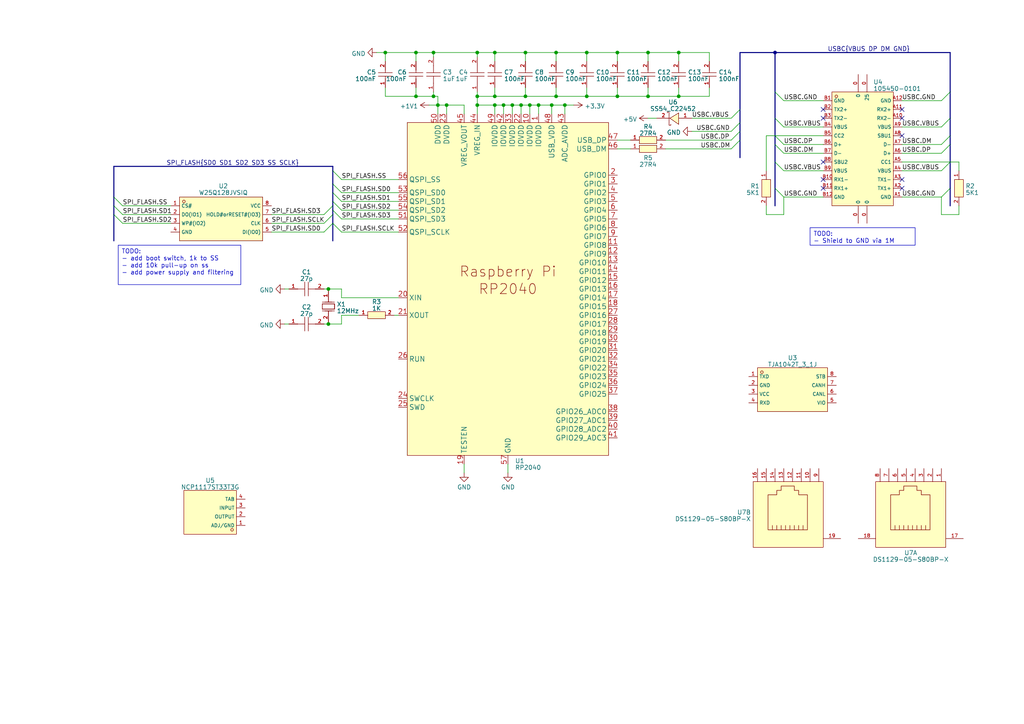
<source format=kicad_sch>
(kicad_sch (version 20230121) (generator eeschema)
  (paper "A4")
  (title_block (title "Pi RP2040 MCU") (date "2023-02-19") (company "DrinkRobotics") (comment 2 "!! PCB Thickness: 1mm !!") (comment 4 "DRAFT DRAFT DRAFT DRAFT DRAFT"))
  (lib_symbols
    (symbol "jlc:0402X105K160" (pin_names hide)
      (property "Reference" "C" (at 0 1.27 0))
      (property "Value" "0402X105K160" (at 0 -2.54 0))
      (symbol "0402X105K160_0_1"
        (polyline (pts (xy -0.508 -2.032) (xy -0.508 2.032)))
        (polyline (pts (xy -0.508 0) (xy -2.54 0)))
        (polyline (pts (xy 0.508 2.032) (xy 0.508 -2.032)))
        (polyline (pts (xy 2.54 0) (xy 0.508 0)))
        (pin unspecified line (at -5.08 0 0) (length 2.54) (name "1") (number "1"))
        (pin unspecified line (at 5.08 0 180) (length 2.54) (name "2") (number "2"))
      )
    )
    (symbol "jlc:105450-0101"
      (property "Reference" "U" (at 0 1.27 0))
      (property "Value" "105450-0101" (at 0 -2.54 0))
      (symbol "105450-0101_0_1"
        (rectangle (start -8.89 16.51) (end 8.89 -16.51) (fill (type background)))
        (circle (center -7.62 15.24) (radius 0.381) (fill (type background)))
        (pin unspecified line (at -1.27 -21.59 90) (length 5.08) (name "0") (number "0"))
        (pin unspecified line (at -1.27 21.59 270) (length 5.08) (name "0") (number "0"))
        (pin unspecified line (at 1.27 -21.59 90) (length 5.08) (name "0") (number "0"))
        (pin unspecified line (at 1.27 21.59 270) (length 5.08) (name "25") (number "0"))
        (pin unspecified line (at 11.43 -13.97 180) (length 2.54) (name "GND") (number "A1"))
        (pin unspecified line (at 11.43 8.89 180) (length 2.54) (name "RX2-") (number "A10"))
        (pin unspecified line (at 11.43 11.43 180) (length 2.54) (name "RX2+") (number "A11"))
        (pin unspecified line (at 11.43 13.97 180) (length 2.54) (name "GND") (number "A12"))
        (pin unspecified line (at 11.43 -11.43 180) (length 2.54) (name "TX1+") (number "A2"))
        (pin unspecified line (at 11.43 -8.89 180) (length 2.54) (name "TX1-") (number "A3"))
        (pin unspecified line (at 11.43 -6.35 180) (length 2.54) (name "VBUS") (number "A4"))
        (pin unspecified line (at 11.43 -3.81 180) (length 2.54) (name "CC1") (number "A5"))
        (pin unspecified line (at 11.43 -1.27 180) (length 2.54) (name "D+") (number "A6"))
        (pin unspecified line (at 11.43 1.27 180) (length 2.54) (name "D-") (number "A7"))
        (pin unspecified line (at 11.43 3.81 180) (length 2.54) (name "SBU1") (number "A8"))
        (pin unspecified line (at 11.43 6.35 180) (length 2.54) (name "VBUS") (number "A9"))
        (pin unspecified line (at -11.43 13.97 0) (length 2.54) (name "GND") (number "B1"))
        (pin unspecified line (at -11.43 -8.89 0) (length 2.54) (name "RX1-") (number "B10"))
        (pin unspecified line (at -11.43 -11.43 0) (length 2.54) (name "RX1+") (number "B11"))
        (pin unspecified line (at -11.43 -13.97 0) (length 2.54) (name "GND") (number "B12"))
        (pin unspecified line (at -11.43 11.43 0) (length 2.54) (name "TX2+") (number "B2"))
        (pin unspecified line (at -11.43 8.89 0) (length 2.54) (name "TX2-") (number "B3"))
        (pin unspecified line (at -11.43 6.35 0) (length 2.54) (name "VBUS") (number "B4"))
        (pin unspecified line (at -11.43 3.81 0) (length 2.54) (name "CC2") (number "B5"))
        (pin unspecified line (at -11.43 1.27 0) (length 2.54) (name "D+") (number "B6"))
        (pin unspecified line (at -11.43 -1.27 0) (length 2.54) (name "D-") (number "B7"))
        (pin unspecified line (at -11.43 -3.81 0) (length 2.54) (name "SBU2") (number "B8"))
        (pin unspecified line (at -11.43 -6.35 0) (length 2.54) (name "VBUS") (number "B9"))
      )
    )
    (symbol "jlc:ABM3-12_000MHZ-D2Y-T" (pin_names hide)
      (property "Reference" "X" (at 0 1.27 0))
      (property "Value" "ABM3-12_000MHZ-D2Y-T" (at 0 -2.54 0))
      (symbol "ABM3-12_000MHZ-D2Y-T_0_1"
        (polyline (pts (xy -1.27 -1.778) (xy -1.27 1.778)))
        (polyline (pts (xy -1.27 -1.016) (xy -1.27 1.016)))
        (polyline (pts (xy 0.762 -1.778) (xy -0.762 -1.778)))
        (polyline (pts (xy 1.27 -1.778) (xy 1.27 1.778)))
        (polyline (pts (xy 1.27 -1.016) (xy 1.27 1.016)))
        (polyline (pts (xy -0.762 -1.778) (xy -0.762 1.778) (xy 0.762 1.778) (xy 0.762 -1.778)))
        (polyline (pts (xy 0.762 1.778) (xy 0.762 -1.778) (xy -0.762 -1.778) (xy -0.762 1.778) (xy 0.762 1.778)))
        (pin input line (at -5.08 0 0) (length 3.81) (name "OSC1") (number "1"))
        (pin input line (at 5.08 0 180) (length 3.81) (name "OSC2") (number "2"))
      )
    )
    (symbol "jlc:C0402C0G270G500NTB" (pin_names hide)
      (property "Reference" "C" (at 0 1.27 0))
      (property "Value" "C0402C0G270G500NTB" (at 0 -2.54 0))
      (symbol "C0402C0G270G500NTB_0_1"
        (polyline (pts (xy -0.508 -2.032) (xy -0.508 2.032)))
        (polyline (pts (xy -0.508 0) (xy -2.54 0)))
        (polyline (pts (xy 0.508 2.032) (xy 0.508 -2.032)))
        (polyline (pts (xy 2.54 0) (xy 0.508 0)))
        (pin unspecified line (at -5.08 0 0) (length 2.54) (name "1") (number "1"))
        (pin unspecified line (at 5.08 0 180) (length 2.54) (name "2") (number "2"))
      )
    )
    (symbol "jlc:CC0402KRX7R8BB104" (pin_names hide)
      (property "Reference" "C" (at 0 1.27 0))
      (property "Value" "CC0402KRX7R8BB104" (at 0 -2.54 0))
      (symbol "CC0402KRX7R8BB104_0_1"
        (polyline (pts (xy -1.27 0) (xy -0.508 0)))
        (polyline (pts (xy -0.508 2.032) (xy -0.508 -2.032)))
        (polyline (pts (xy 0.508 0) (xy 1.27 0)))
        (polyline (pts (xy 0.508 2.032) (xy 0.508 -2.032)))
        (pin input line (at -3.81 0 0) (length 2.54) (name "1") (number "1"))
        (pin input line (at 3.81 0 180) (length 2.54) (name "2") (number "2"))
      )
    )
    (symbol "jlc:CR-02FL6----1K" (pin_names hide)
      (property "Reference" "R" (at 0 1.27 0))
      (property "Value" "CR-02FL6----1K" (at 0 -2.54 0))
      (symbol "CR-02FL6----1K_0_1"
        (rectangle (start -2.54 1.016) (end 2.54 -1.016) (fill (type background)))
        (pin unspecified line (at -5.08 0 0) (length 2.54) (name "1") (number "1"))
        (pin unspecified line (at 5.08 0 180) (length 2.54) (name "2") (number "2"))
      )
    )
    (symbol "jlc:CR-02FL6---5K1" (pin_names hide)
      (property "Reference" "R" (at 0 1.27 0))
      (property "Value" "CR-02FL6---5K1" (at 0 -2.54 0))
      (symbol "CR-02FL6---5K1_0_1"
        (rectangle (start -2.54 1.27) (end 2.54 -1.27) (fill (type background)))
        (pin unspecified line (at -5.08 0 0) (length 2.54) (name "1") (number "1"))
        (pin unspecified line (at 5.08 0 180) (length 2.54) (name "2") (number "2"))
      )
    )
    (symbol "jlc:DS1129-05-S80BP-X" (pin_names hide)
      (property "Reference" "U" (at 0 1.27 0))
      (property "Value" "DS1129-05-S80BP-X" (at 0 -2.54 0))
      (symbol "DS1129-05-S80BP-X_1_1"
        (rectangle (start -10.16 11.43) (end 10.16 -7.62) (fill (type background)))
        (polyline (pts (xy -4.318 5.08) (xy -4.318 6.35) (xy -4.318 6.35)))
        (polyline (pts (xy -3.048 6.35) (xy -3.048 5.08) (xy -3.048 5.08)))
        (polyline (pts (xy -1.778 6.35) (xy -1.778 5.08) (xy -1.778 5.08)))
        (polyline (pts (xy -0.508 6.35) (xy -0.508 5.08) (xy -0.508 5.08)))
        (polyline (pts (xy 0.762 6.35) (xy 0.762 5.08) (xy 0.762 5.08)))
        (polyline (pts (xy 2.032 6.35) (xy 2.032 5.08) (xy 2.032 5.08)))
        (polyline (pts (xy 3.302 5.08) (xy 3.302 6.35) (xy 3.302 6.35)))
        (polyline (pts (xy 4.572 5.08) (xy 4.572 6.35) (xy 4.572 6.35)))
        (polyline (pts (xy -5.588 6.35) (xy 5.842 6.35) (xy 5.842 -3.81) (xy 3.302 -3.81) (xy 3.302 -5.08) (xy 2.032 -5.08) (xy 2.032 -6.35) (xy -1.778 -6.35) (xy -1.778 -5.08) (xy -3.048 -5.08) (xy -3.048 -3.81) (xy -5.588 -3.81) (xy -5.588 6.35) (xy -5.588 6.35)))
        (pin unspecified line (at -8.89 -11.43 90) (length 3.81) (name "1") (number "1"))
        (pin unspecified line (at -15.24 8.89 0) (length 5.08) (name "17") (number "17"))
        (pin unspecified line (at 15.24 8.89 180) (length 5.08) (name "18") (number "18"))
        (pin unspecified line (at -6.35 -11.43 90) (length 3.81) (name "2") (number "2"))
        (pin unspecified line (at -3.81 -11.43 90) (length 3.81) (name "3") (number "3"))
        (pin unspecified line (at -1.27 -11.43 90) (length 3.81) (name "4") (number "4"))
        (pin unspecified line (at 1.27 -11.43 90) (length 3.81) (name "5") (number "5"))
        (pin unspecified line (at 3.81 -11.43 90) (length 3.81) (name "6") (number "6"))
        (pin unspecified line (at 6.35 -11.43 90) (length 3.81) (name "7") (number "7"))
        (pin unspecified line (at 8.89 -11.43 90) (length 3.81) (name "8") (number "8"))
      )
      (symbol "DS1129-05-S80BP-X_2_1"
        (rectangle (start -10.16 11.43) (end 10.16 -7.62) (fill (type background)))
        (polyline (pts (xy -4.318 5.08) (xy -4.318 6.35) (xy -4.318 6.35)))
        (polyline (pts (xy -3.048 6.35) (xy -3.048 5.08) (xy -3.048 5.08)))
        (polyline (pts (xy -1.778 6.35) (xy -1.778 5.08) (xy -1.778 5.08)))
        (polyline (pts (xy -0.508 6.35) (xy -0.508 5.08) (xy -0.508 5.08)))
        (polyline (pts (xy 0.762 6.35) (xy 0.762 5.08) (xy 0.762 5.08)))
        (polyline (pts (xy 2.032 6.35) (xy 2.032 5.08) (xy 2.032 5.08)))
        (polyline (pts (xy 3.302 5.08) (xy 3.302 6.35) (xy 3.302 6.35)))
        (polyline (pts (xy 4.572 5.08) (xy 4.572 6.35) (xy 4.572 6.35)))
        (polyline (pts (xy -5.588 6.35) (xy 5.842 6.35) (xy 5.842 -3.81) (xy 3.302 -3.81) (xy 3.302 -5.08) (xy 2.032 -5.08) (xy 2.032 -6.35) (xy -1.778 -6.35) (xy -1.778 -5.08) (xy -3.048 -5.08) (xy -3.048 -3.81) (xy -5.588 -3.81) (xy -5.588 6.35) (xy -5.588 6.35)))
        (pin unspecified line (at -6.35 -11.43 90) (length 3.81) (name "10") (number "10"))
        (pin unspecified line (at -3.81 -11.43 90) (length 3.81) (name "11") (number "11"))
        (pin unspecified line (at -1.27 -11.43 90) (length 3.81) (name "12") (number "12"))
        (pin unspecified line (at 1.27 -11.43 90) (length 3.81) (name "13") (number "13"))
        (pin unspecified line (at 3.81 -11.43 90) (length 3.81) (name "14") (number "14"))
        (pin unspecified line (at 6.35 -11.43 90) (length 3.81) (name "15") (number "15"))
        (pin unspecified line (at 8.89 -11.43 90) (length 3.81) (name "16") (number "16"))
        (pin unspecified line (at -15.24 8.89 0) (length 5.08) (name "19") (number "19"))
        (pin unspecified line (at -8.89 -11.43 90) (length 3.81) (name "9") (number "9"))
      )
    )
    (symbol "jlc:NCP1117ST33T3G"
      (property "Reference" "U" (at 0 1.27 0))
      (property "Value" "NCP1117ST33T3G" (at 0 -2.54 0))
      (symbol "NCP1117ST33T3G_0_1"
        (rectangle (start -7.62 6.35) (end 7.62 -6.35) (fill (type background)))
        (circle (center -6.35 5.08) (radius 0.381) (fill (type background)))
        (pin unspecified line (at -10.16 3.81 0) (length 2.54) (name "ADJ/GND") (number "1"))
        (pin unspecified line (at -10.16 1.27 0) (length 2.54) (name "OUTPUT") (number "2"))
        (pin unspecified line (at -10.16 -1.27 0) (length 2.54) (name "INPUT") (number "3"))
        (pin unspecified line (at -10.16 -3.81 0) (length 2.54) (name "TAB") (number "4"))
      )
    )
    (symbol "jlc:RP2040"
      (property "Reference" "U1" (at 2.0575 -47.3156 0))
      (property "Value" "RP2040" (at 2.0575 -49.2366 0))
      (symbol "RP2040_0_1"
        (rectangle (start -29.2101 50.8001) (end 29.2101 -45.7201) (fill (type background)))
        (text "Raspberry Pi" (at 0 7.62 0) (effects (font (size 2.921 2.921))))
        (text "RP2040" (at 0 2.54 0) (effects (font (size 2.921 2.921))))
        (pin bidirectional line (at 8.89 53.34 270) (length 2.54) (name "IOVDD") (number "1"))
        (pin bidirectional line (at 6.35 53.34 270) (length 2.54) (name "IOVDD") (number "10"))
        (pin bidirectional line (at 31.75 15.24 180) (length 2.54) (name "GPIO8") (number "11"))
        (pin bidirectional line (at 31.75 12.7 180) (length 2.54) (name "GPIO9") (number "12"))
        (pin bidirectional line (at 31.75 10.16 180) (length 2.54) (name "GPIO10") (number "13"))
        (pin bidirectional line (at 31.75 7.62 180) (length 2.54) (name "GPIO11") (number "14"))
        (pin bidirectional line (at 31.75 5.08 180) (length 2.54) (name "GPIO12") (number "15"))
        (pin bidirectional line (at 31.75 2.54 180) (length 2.54) (name "GPIO13") (number "16"))
        (pin bidirectional line (at 31.75 0 180) (length 2.54) (name "GPIO14") (number "17"))
        (pin bidirectional line (at 31.75 -2.54 180) (length 2.54) (name "GPIO15") (number "18"))
        (pin unspecified line (at -12.7 -48.26 90) (length 2.54) (name "TESTEN") (number "19"))
        (pin bidirectional line (at 31.75 35.56 180) (length 2.54) (name "GPIO0") (number "2"))
        (pin input line (at -31.75 0 0) (length 2.54) (name "XIN") (number "20"))
        (pin unspecified line (at -31.75 -5.08 0) (length 2.54) (name "XOUT") (number "21"))
        (pin bidirectional line (at 3.81 53.34 270) (length 2.54) (name "IOVDD") (number "22"))
        (pin bidirectional line (at -17.78 53.34 270) (length 2.54) (name "DVDD") (number "23"))
        (pin output line (at -31.75 -29.21 0) (length 2.54) (name "SWCLK") (number "24"))
        (pin bidirectional line (at -31.75 -31.75 0) (length 2.54) (name "SWD") (number "25"))
        (pin input line (at -31.75 -17.78 0) (length 2.54) (name "RUN") (number "26"))
        (pin bidirectional line (at 31.75 -5.08 180) (length 2.54) (name "GPIO16") (number "27"))
        (pin bidirectional line (at 31.75 -7.62 180) (length 2.54) (name "GPIO17") (number "28"))
        (pin bidirectional line (at 31.75 -10.16 180) (length 2.54) (name "GPIO18") (number "29"))
        (pin bidirectional line (at 31.75 33.02 180) (length 2.54) (name "GPIO1") (number "3"))
        (pin bidirectional line (at 31.75 -12.7 180) (length 2.54) (name "GPIO19") (number "30"))
        (pin bidirectional line (at 31.75 -15.24 180) (length 2.54) (name "GPIO20") (number "31"))
        (pin bidirectional line (at 31.75 -17.78 180) (length 2.54) (name "GPIO21") (number "32"))
        (pin bidirectional line (at 1.27 53.34 270) (length 2.54) (name "IOVDD") (number "33"))
        (pin bidirectional line (at 31.75 -20.32 180) (length 2.54) (name "GPIO22") (number "34"))
        (pin bidirectional line (at 31.75 -22.86 180) (length 2.54) (name "GPIO23") (number "35"))
        (pin bidirectional line (at 31.75 -25.4 180) (length 2.54) (name "GPIO24") (number "36"))
        (pin bidirectional line (at 31.75 -27.94 180) (length 2.54) (name "GPIO25") (number "37"))
        (pin bidirectional line (at 31.75 -33.02 180) (length 2.54) (name "GPIO26_ADC0") (number "38"))
        (pin bidirectional line (at 31.75 -35.56 180) (length 2.54) (name "GPIO27_ADC1") (number "39"))
        (pin bidirectional line (at 31.75 30.48 180) (length 2.54) (name "GPIO2") (number "4"))
        (pin bidirectional line (at 31.75 -38.1 180) (length 2.54) (name "GPIO28_ADC2") (number "40"))
        (pin bidirectional line (at 31.75 -40.64 180) (length 2.54) (name "GPIO29_ADC3") (number "41"))
        (pin bidirectional line (at -1.27 53.34 270) (length 2.54) (name "IOVDD") (number "42"))
        (pin bidirectional line (at 16.51 53.34 270) (length 2.54) (name "ADC_AVDD") (number "43"))
        (pin bidirectional line (at -8.89 53.34 270) (length 2.54) (name "VREG_IN") (number "44"))
        (pin bidirectional line (at -12.7 53.34 270) (length 2.54) (name "VREG_VOUT") (number "45"))
        (pin bidirectional line (at 31.75 43.18 180) (length 2.54) (name "USB_DM") (number "46"))
        (pin bidirectional line (at 31.75 45.72 180) (length 2.54) (name "USB_DP") (number "47"))
        (pin bidirectional line (at 12.7 53.34 270) (length 2.54) (name "USB_VDD") (number "48"))
        (pin bidirectional line (at -3.81 53.34 270) (length 2.54) (name "IOVDD") (number "49"))
        (pin bidirectional line (at 31.75 27.94 180) (length 2.54) (name "GPIO3") (number "5"))
        (pin bidirectional line (at -20.32 53.34 270) (length 2.54) (name "DVDD") (number "50"))
        (pin bidirectional line (at -31.75 22.86 0) (length 2.54) (name "QSPI_SD3") (number "51"))
        (pin output line (at -31.75 19.05 0) (length 2.54) (name "QSPI_SCLK") (number "52"))
        (pin bidirectional line (at -31.75 30.48 0) (length 2.54) (name "QSPI_SD0") (number "53"))
        (pin bidirectional line (at -31.75 25.4 0) (length 2.54) (name "QSPI_SD2") (number "54"))
        (pin bidirectional line (at -31.75 27.94 0) (length 2.54) (name "QSPI_SD1") (number "55"))
        (pin bidirectional line (at -31.75 34.29 0) (length 2.54) (name "QSPI_SS") (number "56"))
        (pin bidirectional line (at 0 -48.26 90) (length 2.54) (name "GND") (number "57"))
        (pin bidirectional line (at 31.75 25.4 180) (length 2.54) (name "GPIO4") (number "6"))
        (pin bidirectional line (at 31.75 22.86 180) (length 2.54) (name "GPIO5") (number "7"))
        (pin bidirectional line (at 31.75 20.32 180) (length 2.54) (name "GPIO6") (number "8"))
        (pin bidirectional line (at 31.75 17.78 180) (length 2.54) (name "GPIO7") (number "9"))
      )
    )
    (symbol "jlc:SS54_C22452" (pin_names hide)
      (property "Reference" "U" (at 0 1.27 0))
      (property "Value" "SS54_C22452" (at 0 -2.54 0))
      (symbol "SS54_C22452_0_1"
        (polyline (pts (xy 1.27 1.524) (xy -1.27 0) (xy 1.27 -1.778) (xy 1.27 1.524)) (fill (type background)))
        (polyline (pts (xy -2.032 1.524) (xy -2.032 1.778) (xy -1.524 1.778) (xy -1.524 -2.032) (xy -1.016 -2.032) (xy -1.016 -1.778)))
        (pin unspecified line (at 5.08 0 180) (length 3.81) (name "A") (number "1"))
        (pin unspecified line (at -5.08 0 0) (length 3.81) (name "K") (number "2"))
      )
    )
    (symbol "jlc:TJA1042T_3_1J"
      (property "Reference" "U" (at 0 1.27 0))
      (property "Value" "TJA1042T_3_1J" (at 0 -2.54 0))
      (symbol "TJA1042T_3_1J_0_1"
        (rectangle (start -10.16 6.35) (end 10.16 -6.35) (fill (type background)))
        (circle (center -8.89 5.08) (radius 0.381) (fill (type background)))
        (pin unspecified line (at -12.7 3.81 0) (length 2.54) (name "TXD") (number "1"))
        (pin unspecified line (at -12.7 1.27 0) (length 2.54) (name "GND") (number "2"))
        (pin unspecified line (at -12.7 -1.27 0) (length 2.54) (name "VCC") (number "3"))
        (pin unspecified line (at -12.7 -3.81 0) (length 2.54) (name "RXD") (number "4"))
        (pin unspecified line (at 12.7 -3.81 180) (length 2.54) (name "VIO") (number "5"))
        (pin unspecified line (at 12.7 -1.27 180) (length 2.54) (name "CANL") (number "6"))
        (pin unspecified line (at 12.7 1.27 180) (length 2.54) (name "CANH") (number "7"))
        (pin unspecified line (at 12.7 3.81 180) (length 2.54) (name "STB") (number "8"))
      )
    )
    (symbol "jlc:W25Q128JVSIQ"
      (property "Reference" "U2" (at 1.27 9.541 0))
      (property "Value" "W25Q128JVSIQ" (at 1.27 7.62 0))
      (symbol "W25Q128JVSIQ_0_1"
        (rectangle (start -11.43 6.35) (end 12.7 -6.35) (fill (type background)))
        (circle (center -10.1599 5.08) (radius 0.381) (fill (type background)))
        (pin unspecified line (at -13.97 3.81 0) (length 2.54) (name "CS#") (number "1"))
        (pin unspecified line (at -13.97 1.27 0) (length 2.54) (name "DO(IO1)") (number "2"))
        (pin unspecified line (at -13.97 -1.27 0) (length 2.54) (name "WP#(IO2)") (number "3"))
        (pin unspecified line (at -13.97 -3.81 0) (length 2.54) (name "GND") (number "4"))
        (pin unspecified line (at 15.24 -3.81 180) (length 2.54) (name "DI(IO0)") (number "5"))
        (pin unspecified line (at 15.24 -1.27 180) (length 2.54) (name "CLK") (number "6"))
        (pin unspecified line (at 15.24 1.27 180) (length 2.54) (name "HOLD#orRESET#(IO3)") (number "7"))
        (pin unspecified line (at 15.24 3.81 180) (length 2.54) (name "VCC") (number "8"))
      )
    )
    (symbol "jlc:WR04X27R4FTL" (pin_names hide)
      (property "Reference" "R" (at 0 1.27 0))
      (property "Value" "WR04X27R4FTL" (at 0 -2.54 0))
      (symbol "WR04X27R4FTL_0_1"
        (rectangle (start -2.54 1.016) (end 2.54 -1.016) (fill (type background)))
        (pin unspecified line (at -5.08 0 0) (length 2.54) (name "1") (number "1"))
        (pin unspecified line (at 5.08 0 180) (length 2.54) (name "2") (number "2"))
      )
    )
    (symbol "power:+1V1" (power) (pin_names (offset 0))
      (property "Value" "+1V1" (at 0 3.556 0))
      (symbol "+1V1_0_1"
        (polyline (pts (xy -0.762 1.27) (xy 0 2.54)))
        (polyline (pts (xy 0 0) (xy 0 2.54)))
        (polyline (pts (xy 0 2.54) (xy 0.762 1.27)))
      )
      (symbol "+1V1_1_1"
        (pin power_in line (at 0 0 90) (length 0) hide (name "+1V1") (number "1"))
      )
    )
    (symbol "power:+3.3V" (power) (pin_names (offset 0))
      (property "Value" "+3.3V" (at 0 3.556 0))
      (symbol "+3.3V_0_1"
        (polyline (pts (xy -0.762 1.27) (xy 0 2.54)))
        (polyline (pts (xy 0 0) (xy 0 2.54)))
        (polyline (pts (xy 0 2.54) (xy 0.762 1.27)))
      )
      (symbol "+3.3V_1_1"
        (pin power_in line (at 0 0 90) (length 0) hide (name "+3.3V") (number "1"))
      )
    )
    (symbol "power:+5V" (power) (pin_names (offset 0))
      (property "Value" "+5V" (at 0 3.556 0))
      (symbol "+5V_0_1"
        (polyline (pts (xy -0.762 1.27) (xy 0 2.54)))
        (polyline (pts (xy 0 0) (xy 0 2.54)))
        (polyline (pts (xy 0 2.54) (xy 0.762 1.27)))
      )
      (symbol "+5V_1_1"
        (pin power_in line (at 0 0 90) (length 0) hide (name "+5V") (number "1"))
      )
    )
    (symbol "power:GND" (power) (pin_names (offset 0))
      (property "Value" "GND" (at 0 -3.81 0))
      (symbol "GND_0_1"
        (polyline (pts (xy 0 0) (xy 0 -1.27) (xy 1.27 -1.27) (xy 0 -2.54) (xy -1.27 -1.27) (xy 0 -1.27)))
      )
      (symbol "GND_1_1"
        (pin power_in line (at 0 0 270) (length 0) hide (name "GND") (number "1"))
      )
    )
  )
  (junction (at 129.54 30.48))
  (junction (at 125.73 15.24))
  (junction (at 152.4 27.94))
  (junction (at 179.07 15.24))
  (junction (at 170.18 15.24))
  (junction (at 179.07 27.94))
  (junction (at 125.73 27.94))
  (junction (at 146.05 30.48))
  (junction (at 138.43 30.48))
  (junction (at 151.13 30.48))
  (junction (at 187.96 27.94))
  (junction (at 163.83 30.48))
  (junction (at 160.02 30.48))
  (junction (at 187.96 15.24))
  (junction (at 161.29 15.24))
  (junction (at 143.51 30.48))
  (junction (at 170.18 27.94))
  (junction (at 143.51 27.94))
  (junction (at 156.21 30.48))
  (junction (at 196.85 15.24))
  (junction (at 196.85 27.94))
  (junction (at 161.29 27.94))
  (junction (at 95.25 83.82))
  (junction (at 95.25 93.98))
  (junction (at 138.43 27.94))
  (junction (at 111.76 15.24))
  (junction (at 152.4 15.24))
  (junction (at 224.79 15.24))
  (junction (at 143.51 15.24))
  (junction (at 153.67 30.48))
  (junction (at 127 30.48))
  (junction (at 120.65 15.24))
  (junction (at 138.43 15.24))
  (junction (at 148.59 30.48))
  (junction (at 120.65 27.94))
  (no_connect (at 238.76 46.99))
  (no_connect (at 238.76 54.61))
  (no_connect (at 238.76 31.75))
  (no_connect (at 261.62 52.07))
  (no_connect (at 238.76 34.29))
  (no_connect (at 261.62 31.75))
  (no_connect (at 261.62 34.29))
  (no_connect (at 261.62 54.61))
  (no_connect (at 238.76 52.07))
  (no_connect (at 261.62 39.37))
  (bus_entry (at 275.59 54.61) (size -2.54 2.54))
  (bus_entry (at 33.02 62.23) (size 2.54 2.54))
  (bus_entry (at 275.59 26.67) (size -2.54 2.54))
  (bus_entry (at 214.63 40.64) (size -2.54 2.54))
  (bus_entry (at 224.79 41.91) (size 2.54 2.54))
  (bus_entry (at 214.63 35.56) (size -2.54 2.54))
  (bus_entry (at 96.52 55.88) (size 2.54 2.54))
  (bus_entry (at 33.02 59.69) (size 2.54 2.54))
  (bus_entry (at 224.79 54.61) (size 2.54 2.54))
  (bus_entry (at 96.52 64.77) (size 2.54 2.54))
  (bus_entry (at 224.79 26.67) (size 2.54 2.54))
  (bus_entry (at 96.52 58.42) (size 2.54 2.54))
  (bus_entry (at 96.52 64.77) (size -2.54 2.54))
  (bus_entry (at 275.59 46.99) (size -2.54 2.54))
  (bus_entry (at 224.79 34.29) (size 2.54 2.54))
  (bus_entry (at 275.59 39.37) (size -2.54 2.54))
  (bus_entry (at 96.52 59.69) (size -2.54 2.54))
  (bus_entry (at 224.79 39.37) (size 2.54 2.54))
  (bus_entry (at 275.59 34.29) (size -2.54 2.54))
  (bus_entry (at 96.52 60.96) (size 2.54 2.54))
  (bus_entry (at 33.02 57.15) (size 2.54 2.54))
  (bus_entry (at 96.52 49.53) (size 2.54 2.54))
  (bus_entry (at 275.59 41.91) (size -2.54 2.54))
  (bus_entry (at 214.63 31.75) (size -2.54 2.54))
  (bus_entry (at 96.52 53.34) (size 2.54 2.54))
  (bus_entry (at 96.52 62.23) (size -2.54 2.54))
  (bus_entry (at 214.63 38.1) (size -2.54 2.54))
  (bus_entry (at 224.79 46.99) (size 2.54 2.54))
  (wire (pts (xy 99.06 67.31) (xy 115.57 67.31)))
  (wire (pts (xy 114.3 91.44) (xy 115.57 91.44)))
  (wire (pts (xy 196.85 15.24) (xy 196.85 17.78)))
  (wire (pts (xy 143.51 30.48) (xy 143.51 33.02)))
  (wire (pts (xy 163.83 30.48) (xy 166.37 30.48)))
  (wire (pts (xy 143.51 30.48) (xy 146.05 30.48)))
  (wire (pts (xy 278.13 62.23) (xy 273.05 62.23)))
  (wire (pts (xy 125.73 15.24) (xy 120.65 15.24)))
  (bus (pts (xy 214.63 15.24) (xy 214.63 31.75)))
  (wire (pts (xy 146.05 33.02) (xy 146.05 30.48)))
  (wire (pts (xy 227.33 36.83) (xy 238.76 36.83)))
  (wire (pts (xy 82.55 93.98) (xy 83.82 93.98)))
  (wire (pts (xy 205.74 15.24) (xy 205.74 17.78)))
  (bus (pts (xy 275.59 15.24) (xy 275.59 26.67)))
  (wire (pts (xy 278.13 59.69) (xy 278.13 62.23)))
  (wire (pts (xy 95.25 83.82) (xy 99.06 83.82)))
  (wire (pts (xy 143.51 27.94) (xy 152.4 27.94)))
  (wire (pts (xy 161.29 15.24) (xy 161.29 17.78)))
  (wire (pts (xy 227.33 29.21) (xy 238.76 29.21)))
  (bus (pts (xy 224.79 15.24) (xy 214.63 15.24)))
  (wire (pts (xy 151.13 30.48) (xy 153.67 30.48)))
  (wire (pts (xy 99.06 63.5) (xy 115.57 63.5)))
  (wire (pts (xy 127 33.02) (xy 127 30.48)))
  (bus (pts (xy 96.52 60.96) (xy 96.52 62.23)))
  (bus (pts (xy 96.52 53.34) (xy 96.52 55.88)))
  (wire (pts (xy 196.85 27.94) (xy 205.74 27.94)))
  (wire (pts (xy 179.07 27.94) (xy 187.96 27.94)))
  (bus (pts (xy 96.52 48.26) (xy 33.02 48.26)))
  (wire (pts (xy 127 27.94) (xy 127 30.48)))
  (bus (pts (xy 96.52 49.53) (xy 96.52 53.34)))
  (wire (pts (xy 222.25 49.53) (xy 222.25 39.37)))
  (bus (pts (xy 275.59 46.99) (xy 275.59 54.61)))
  (wire (pts (xy 179.07 15.24) (xy 179.07 17.78)))
  (wire (pts (xy 187.96 27.94) (xy 196.85 27.94)))
  (bus (pts (xy 224.79 15.24) (xy 275.59 15.24)))
  (wire (pts (xy 152.4 25.4) (xy 152.4 27.94)))
  (wire (pts (xy 134.62 30.48) (xy 129.54 30.48)))
  (wire (pts (xy 227.33 49.53) (xy 238.76 49.53)))
  (wire (pts (xy 261.62 29.21) (xy 273.05 29.21)))
  (wire (pts (xy 179.07 25.4) (xy 179.07 27.94)))
  (wire (pts (xy 111.76 27.94) (xy 120.65 27.94)))
  (bus (pts (xy 33.02 62.23) (xy 33.02 69.85)))
  (wire (pts (xy 148.59 30.48) (xy 151.13 30.48)))
  (bus (pts (xy 224.79 54.61) (xy 224.79 46.99)))
  (wire (pts (xy 224.79 39.37) (xy 238.76 39.37)))
  (wire (pts (xy 222.25 59.69) (xy 222.25 62.23)))
  (wire (pts (xy 99.06 60.96) (xy 115.57 60.96)))
  (bus (pts (xy 275.59 54.61) (xy 275.59 59.69)))
  (wire (pts (xy 152.4 27.94) (xy 161.29 27.94)))
  (wire (pts (xy 261.62 36.83) (xy 273.05 36.83)))
  (wire (pts (xy 35.56 64.77) (xy 49.53 64.77)))
  (wire (pts (xy 35.56 62.23) (xy 49.53 62.23)))
  (wire (pts (xy 261.62 44.45) (xy 273.05 44.45)))
  (wire (pts (xy 187.96 15.24) (xy 187.96 17.78)))
  (bus (pts (xy 275.59 26.67) (xy 275.59 34.29)))
  (wire (pts (xy 153.67 30.48) (xy 153.67 33.02)))
  (wire (pts (xy 193.04 40.64) (xy 212.09 40.64)))
  (bus (pts (xy 214.63 40.64) (xy 214.63 45.72)))
  (wire (pts (xy 196.85 25.4) (xy 196.85 27.94)))
  (wire (pts (xy 170.18 25.4) (xy 170.18 27.94)))
  (bus (pts (xy 33.02 59.69) (xy 33.02 62.23)))
  (bus (pts (xy 275.59 34.29) (xy 275.59 39.37)))
  (bus (pts (xy 224.79 46.99) (xy 224.79 41.91)))
  (wire (pts (xy 170.18 27.94) (xy 179.07 27.94)))
  (wire (pts (xy 222.25 62.23) (xy 227.33 62.23)))
  (wire (pts (xy 148.59 30.48) (xy 148.59 33.02)))
  (wire (pts (xy 134.62 134.62) (xy 134.62 137.16)))
  (wire (pts (xy 152.4 15.24) (xy 152.4 17.78)))
  (wire (pts (xy 273.05 62.23) (xy 273.05 57.15)))
  (wire (pts (xy 161.29 27.94) (xy 170.18 27.94)))
  (wire (pts (xy 127 30.48) (xy 129.54 30.48)))
  (wire (pts (xy 99.06 58.42) (xy 115.57 58.42)))
  (wire (pts (xy 170.18 15.24) (xy 170.18 17.78)))
  (wire (pts (xy 170.18 15.24) (xy 179.07 15.24)))
  (wire (pts (xy 111.76 17.78) (xy 111.76 15.24)))
  (wire (pts (xy 78.74 67.31) (xy 93.98 67.31)))
  (wire (pts (xy 193.04 43.18) (xy 212.09 43.18)))
  (wire (pts (xy 138.43 30.48) (xy 143.51 30.48)))
  (wire (pts (xy 125.73 15.24) (xy 138.43 15.24)))
  (wire (pts (xy 187.96 25.4) (xy 187.96 27.94)))
  (bus (pts (xy 96.52 48.26) (xy 96.52 49.53)))
  (wire (pts (xy 156.21 30.48) (xy 160.02 30.48)))
  (wire (pts (xy 138.43 33.02) (xy 138.43 30.48)))
  (wire (pts (xy 179.07 43.18) (xy 182.88 43.18)))
  (bus (pts (xy 224.79 41.91) (xy 224.79 39.37)))
  (wire (pts (xy 78.74 64.77) (xy 93.98 64.77)))
  (wire (pts (xy 187.96 34.29) (xy 190.5 34.29)))
  (wire (pts (xy 161.29 25.4) (xy 161.29 27.94)))
  (wire (pts (xy 179.07 15.24) (xy 187.96 15.24)))
  (wire (pts (xy 99.06 91.44) (xy 104.14 91.44)))
  (bus (pts (xy 96.52 64.77) (xy 96.52 69.85)))
  (wire (pts (xy 196.85 15.24) (xy 205.74 15.24)))
  (bus (pts (xy 214.63 31.75) (xy 214.63 35.56)))
  (wire (pts (xy 200.66 38.1) (xy 212.09 38.1)))
  (wire (pts (xy 124.46 30.48) (xy 127 30.48)))
  (wire (pts (xy 93.98 93.98) (xy 95.25 93.98)))
  (wire (pts (xy 138.43 26.67) (xy 138.43 27.94)))
  (wire (pts (xy 261.62 49.53) (xy 273.05 49.53)))
  (wire (pts (xy 163.83 33.02) (xy 163.83 30.48)))
  (wire (pts (xy 138.43 15.24) (xy 143.51 15.24)))
  (wire (pts (xy 99.06 55.88) (xy 115.57 55.88)))
  (wire (pts (xy 179.07 40.64) (xy 182.88 40.64)))
  (wire (pts (xy 151.13 30.48) (xy 151.13 33.02)))
  (wire (pts (xy 78.74 62.23) (xy 93.98 62.23)))
  (wire (pts (xy 99.06 93.98) (xy 99.06 91.44)))
  (wire (pts (xy 99.06 83.82) (xy 99.06 86.36)))
  (wire (pts (xy 120.65 25.4) (xy 120.65 27.94)))
  (wire (pts (xy 93.98 83.82) (xy 95.25 83.82)))
  (wire (pts (xy 227.33 44.45) (xy 238.76 44.45)))
  (wire (pts (xy 161.29 15.24) (xy 170.18 15.24)))
  (wire (pts (xy 138.43 27.94) (xy 143.51 27.94)))
  (wire (pts (xy 95.25 93.98) (xy 99.06 93.98)))
  (wire (pts (xy 147.32 134.62) (xy 147.32 137.16)))
  (wire (pts (xy 109.22 15.24) (xy 111.76 15.24)))
  (wire (pts (xy 222.25 39.37) (xy 224.79 39.37)))
  (wire (pts (xy 278.13 49.53) (xy 278.13 46.99)))
  (wire (pts (xy 153.67 30.48) (xy 156.21 30.48)))
  (wire (pts (xy 152.4 15.24) (xy 161.29 15.24)))
  (bus (pts (xy 214.63 35.56) (xy 214.63 38.1)))
  (bus (pts (xy 96.52 58.42) (xy 96.52 59.69)))
  (wire (pts (xy 111.76 15.24) (xy 120.65 15.24)))
  (wire (pts (xy 187.96 15.24) (xy 196.85 15.24)))
  (wire (pts (xy 227.33 62.23) (xy 227.33 57.15)))
  (wire (pts (xy 82.55 83.82) (xy 83.82 83.82)))
  (wire (pts (xy 125.73 16.51) (xy 125.73 15.24)))
  (wire (pts (xy 160.02 30.48) (xy 160.02 33.02)))
  (bus (pts (xy 33.02 48.26) (xy 33.02 57.15)))
  (wire (pts (xy 143.51 15.24) (xy 143.51 17.78)))
  (bus (pts (xy 224.79 59.69) (xy 224.79 54.61)))
  (wire (pts (xy 227.33 41.91) (xy 238.76 41.91)))
  (bus (pts (xy 275.59 41.91) (xy 275.59 46.99)))
  (wire (pts (xy 160.02 30.48) (xy 163.83 30.48)))
  (wire (pts (xy 125.73 27.94) (xy 125.73 26.67)))
  (wire (pts (xy 261.62 57.15) (xy 273.05 57.15)))
  (bus (pts (xy 275.59 39.37) (xy 275.59 41.91)))
  (bus (pts (xy 33.02 57.15) (xy 33.02 59.69)))
  (wire (pts (xy 261.62 41.91) (xy 273.05 41.91)))
  (wire (pts (xy 261.62 46.99) (xy 275.59 46.99)))
  (bus (pts (xy 224.79 15.24) (xy 224.79 26.67)))
  (bus (pts (xy 96.52 55.88) (xy 96.52 58.42)))
  (wire (pts (xy 129.54 30.48) (xy 129.54 33.02)))
  (wire (pts (xy 156.21 30.48) (xy 156.21 33.02)))
  (wire (pts (xy 134.62 33.02) (xy 134.62 30.48)))
  (wire (pts (xy 143.51 15.24) (xy 152.4 15.24)))
  (wire (pts (xy 99.06 86.36) (xy 115.57 86.36)))
  (wire (pts (xy 138.43 16.51) (xy 138.43 15.24)))
  (wire (pts (xy 120.65 27.94) (xy 125.73 27.94)))
  (wire (pts (xy 200.66 34.29) (xy 212.09 34.29)))
  (wire (pts (xy 120.65 15.24) (xy 120.65 17.78)))
  (bus (pts (xy 96.52 59.69) (xy 96.52 60.96)))
  (bus (pts (xy 224.79 39.37) (xy 224.79 34.29)))
  (wire (pts (xy 146.05 30.48) (xy 148.59 30.48)))
  (bus (pts (xy 224.79 34.29) (xy 224.79 26.67)))
  (wire (pts (xy 125.73 27.94) (xy 127 27.94)))
  (wire (pts (xy 99.06 52.07) (xy 115.57 52.07)))
  (wire (pts (xy 35.56 59.69) (xy 49.53 59.69)))
  (wire (pts (xy 227.33 57.15) (xy 238.76 57.15)))
  (bus (pts (xy 96.52 62.23) (xy 96.52 64.77)))
  (bus (pts (xy 214.63 38.1) (xy 214.63 40.64)))
  (wire (pts (xy 275.59 46.99) (xy 278.13 46.99)))
  (wire (pts (xy 205.74 27.94) (xy 205.74 25.4)))
  (wire (pts (xy 111.76 25.4) (xy 111.76 27.94)))
  (wire (pts (xy 138.43 27.94) (xy 138.43 30.48)))
  (wire (pts (xy 143.51 25.4) (xy 143.51 27.94)))
  (text_box "TODO:\n- add boot switch, 1k to SS\n- add 10k pull-up on ss\n- add power supply and filtering" (at 34.29 71.12 0) (size 35.56 11.43) (effects (font (size 1.27 1.27)) (justify left top)))
  (text_box "TODO:\n- Shield to GND via 1M" (at 234.95 66.04 0) (size 30.48 5.08) (effects (font (size 1.27 1.27)) (justify left top)))
  (label "SPI_FLASH.SD3" (at 99.06 63.5 0))
  (label "USBC.VBUS" (at 261.62 49.53 0))
  (label "SPI_FLASH.SD2" (at 35.56 64.77 0))
  (label "USBC.GND" (at 261.62 57.15 0))
  (label "SPI_FLASH.SS" (at 99.06 52.07 0))
  (label "USBC{VBUS DP DM GND}" (at 240.03 15.24 0))
  (label "SPI_FLASH.SCLK" (at 99.06 67.31 0))
  (label "SPI_FLASH.SD0" (at 99.06 55.88 0))
  (label "USBC.DP" (at 227.33 41.91 0))
  (label "USBC.GND" (at 227.33 29.21 0))
  (label "SPI_FLASH{SD0 SD1 SD2 SD3 SS SCLK}" (at 48.26 48.26 0))
  (label "SPI_FLASH.SD1" (at 35.56 62.23 0))
  (label "SPI_FLASH.SCLK" (at 78.74 64.77 0))
  (label "SPI_FLASH.SS" (at 35.56 59.69 0))
  (label "USBC.GND" (at 261.62 29.21 0))
  (label "SPI_FLASH.SD3" (at 78.74 62.23 0))
  (label "USBC.DP" (at 203.2 40.64 0))
  (label "USBC.DM" (at 203.2 43.18 0))
  (label "USBC.VBUS" (at 200.66 34.29 0))
  (label "USBC.VBUS" (at 227.33 36.83 0))
  (label "USBC.GND" (at 227.33 57.15 0))
  (label "USBC.GND" (at 201.93 38.1 0))
  (label "USBC.VBUS" (at 261.62 36.83 0))
  (label "SPI_FLASH.SD2" (at 99.06 60.96 0))
  (label "USBC.DM" (at 261.62 41.91 0))
  (label "USBC.VBUS" (at 227.33 49.53 0))
  (label "USBC.DP" (at 261.62 44.45 0))
  (label "SPI_FLASH.SD0" (at 78.74 67.31 0))
  (label "USBC.DM" (at 227.33 44.45 0))
  (label "SPI_FLASH.SD1" (at 99.06 58.42 0))
  (symbol (lib_id "jlc:C0402C0G270G500NTB") (at 88.9 83.82 0) (unit 1)
    (property "Reference" "C1" (at 88.9 78.9051 0))
    (property "Value" "27p" (at 88.9 80.8261 0))
    (property "Footprint" "jlc_footprints:C0402" (effects hide))
    (property "Datasheet" "https://item.szlcsc.com/15869.html" (effects hide))
    (property "LCSC" "C140675" (effects hide))
    (property "Capacitance" "27pF" (effects hide))
  )
  (symbol (lib_id "jlc:WR04X27R4FTL") (at 187.96 40.64 0) (unit 1)
    (property "Reference" "R4" (at 187.96 36.7411 0))
    (property "Value" "27R4" (at 187.96 38.6621 0))
    (property "Footprint" "jlc_footprints:R0402" (effects hide))
    (property "Datasheet" "https://item.szlcsc.com/323315.html" (effects hide))
    (property "LCSC" "C172043" (effects hide))
    (property "Resistance" "27.4Ω" (effects hide))
  )
  (symbol (lib_id "jlc:CC0402KRX7R8BB104") (at 143.51 21.59 90) (unit 1)
    (property "Reference" "C7" (at 146.177 20.9463 90) (effects (justify right)))
    (property "Value" "100nF" (at 146.177 22.8673 90) (effects (justify right)))
    (property "Footprint" "jlc_footprints:C0402" (effects hide))
    (property "Datasheet" "https://item.szlcsc.com/15869.html" (effects hide))
    (property "LCSC" "C105883" (effects hide))
    (property "Capacitance" "100nF" (effects hide))
  )
  (symbol (lib_id "jlc:CC0402KRX7R8BB104") (at 196.85 21.59 90) (unit 1)
    (property "Reference" "C13" (at 199.517 20.9463 90) (effects (justify right)))
    (property "Value" "100nF" (at 199.517 22.8673 90) (effects (justify right)))
    (property "Footprint" "jlc_footprints:C0402" (effects hide))
    (property "Datasheet" "https://item.szlcsc.com/15869.html" (effects hide))
    (property "LCSC" "C105883" (effects hide))
    (property "Capacitance" "100nF" (effects hide))
  )
  (symbol (lib_id "jlc:SS54_C22452") (at 195.58 34.29 0) (unit 1)
    (property "Reference" "U6" (at 195.199 29.6291 0))
    (property "Value" "SS54_C22452" (at 195.199 31.5501 0))
    (property "Footprint" "jlc_footprints:SMA_L4.4-W2.8-LS5.4-R-RD" (effects hide))
    (property "Datasheet" "https://item.szlcsc.com/310096.html" (effects hide))
    (property "LCSC" "C22452" (effects hide))
  )
  (symbol (lib_id "jlc:W25Q128JVSIQ") (at 63.5 63.5 0) (unit 1)
    (property "Reference" "U2" (at 64.77 53.959 0))
    (property "Value" "W25Q128JVSIQ" (at 64.77 55.88 0))
    (property "Footprint" "jlc_footprints:SOIC-8_L5.3-W5.3-P1.27-LS8.0-BL" (effects hide))
    (property "Datasheet" "https://item.szlcsc.com/63461.html" (effects hide))
    (property "LCSC" "C113767" (effects hide))
  )
  (symbol (lib_id "power:GND") (at 82.55 83.82 270) (unit 1)
    (property "Reference" "#PWR06" (effects hide))
    (property "Value" "GND" (at 79.3751 84.1368 90) (effects (justify right)))
  )
  (symbol (lib_id "jlc:CC0402KRX7R8BB104") (at 205.74 21.59 90) (unit 1)
    (property "Reference" "C14" (at 208.407 20.9463 90) (effects (justify right)))
    (property "Value" "100nF" (at 208.407 22.8673 90) (effects (justify right)))
    (property "Footprint" "jlc_footprints:C0402" (effects hide))
    (property "Datasheet" "https://item.szlcsc.com/15869.html" (effects hide))
    (property "LCSC" "C105883" (effects hide))
    (property "Capacitance" "100nF" (effects hide))
  )
  (symbol (lib_id "power:GND") (at 134.62 137.16 0) (unit 1)
    (property "Reference" "#PWR01" (effects hide))
    (property "Value" "GND" (at 134.62 141.2955 0))
  )
  (symbol (lib_id "jlc:0402X105K160") (at 138.43 21.59 90) (unit 1)
    (property "Reference" "C4" (at 135.7631 20.9463 90) (effects (justify left)))
    (property "Value" "1uF" (at 135.7631 22.8673 90) (effects (justify left)))
    (property "Footprint" "jlc_footprints:C0402" (effects hide))
    (property "Datasheet" "https://item.szlcsc.com/15869.html" (effects hide))
    (property "LCSC" "C83063" (effects hide))
    (property "Capacitance" "1uF" (effects hide))
  )
  (symbol (lib_id "power:+5V") (at 187.96 34.29 90) (unit 1)
    (property "Reference" "#PWR08" (effects hide))
    (property "Value" "+5V" (at 184.7851 34.6068 90) (effects (justify left)))
  )
  (symbol (lib_id "jlc:CR-02FL6---5K1") (at 222.25 54.61 270) (unit 1)
    (property "Reference" "R1" (at 220.345 53.9663 90) (effects (justify right)))
    (property "Value" "5K1" (at 220.345 55.8873 90) (effects (justify right)))
    (property "Footprint" "jlc_footprints:R0402" (effects hide))
    (property "Datasheet" "https://item.szlcsc.com/323315.html" (effects hide))
    (property "LCSC" "C409700" (effects hide))
    (property "Resistance" "5.1kΩ" (effects hide))
  )
  (symbol (lib_id "power:+1V1") (at 124.46 30.48 90) (unit 1)
    (property "Reference" "#PWR03" (effects hide))
    (property "Value" "+1V1" (at 121.285 30.7968 90) (effects (justify left)))
  )
  (symbol (lib_id "jlc:WR04X27R4FTL") (at 187.96 43.18 0) (unit 1)
    (property "Reference" "R5" (at 187.96 45.7915 0))
    (property "Value" "27R4" (at 187.96 47.7125 0))
    (property "Footprint" "jlc_footprints:R0402" (effects hide))
    (property "Datasheet" "https://item.szlcsc.com/323315.html" (effects hide))
    (property "LCSC" "C172043" (effects hide))
    (property "Resistance" "27.4Ω" (effects hide))
  )
  (symbol (lib_id "jlc:CR-02FL6----1K") (at 109.22 91.44 0) (unit 1)
    (property "Reference" "R3" (at 109.22 87.5411 0))
    (property "Value" "1K" (at 109.22 89.4621 0))
    (property "Footprint" "jlc_footprints:R0402" (effects hide))
    (property "Datasheet" "https://item.szlcsc.com/323315.html" (effects hide))
    (property "LCSC" "C279981" (effects hide))
    (property "Resistance" "1kΩ" (effects hide))
  )
  (symbol (lib_id "jlc:ABM3-12_000MHZ-D2Y-T") (at 95.25 88.9 270) (unit 1)
    (property "Reference" "X1" (at 97.663 88.2563 90) (effects (justify left)))
    (property "Value" "12MHz" (at 97.663 90.1773 90) (effects (justify left)))
    (property "Footprint" "jlc_footprints:OSC-SMD_2P-L5.0-W3.2" (effects hide))
    (property "Datasheet" "https://item.szlcsc.com/315173.html" (effects hide))
    (property "LCSC" "C148313" (effects hide))
    (property "Frequency" "12MHz" (effects hide))
  )
  (symbol (lib_id "jlc:DS1129-05-S80BP-X") (at 264.16 147.32 180) (unit 1)
    (property "Reference" "U7" (at 264.16 160.3455 0))
    (property "Value" "DS1129-05-S80BP-X" (at 264.16 162.2665 0))
    (property "Footprint" "jlc_footprints:RJ45-TH_DS1129-05-S80BP-X" (effects hide))
    (property "Datasheet" "https://item.szlcsc.com/87757.html" (effects hide))
    (property "LCSC" "C86580" (effects hide))
  )
  (symbol (lib_id "jlc:105450-0101") (at 250.19 43.18 0) (unit 1)
    (property "Reference" "U4" (at 253.2809 23.7871 0) (effects (justify left)))
    (property "Value" "105450-0101" (at 253.2809 25.7081 0) (effects (justify left)))
    (property "Footprint" "jlc_footprints:USB-C-SMD_TYPE-C-USB-18" (effects hide))
    (property "Datasheet" "https://item.szlcsc.com/145400.html" (effects hide))
    (property "LCSC" "C134092" (effects hide))
  )
  (symbol (lib_id "jlc:0402X105K160") (at 125.73 21.59 90) (unit 1)
    (property "Reference" "C3" (at 128.397 20.9463 90) (effects (justify right)))
    (property "Value" "1uF" (at 128.397 22.8673 90) (effects (justify right)))
    (property "Footprint" "jlc_footprints:C0402" (effects hide))
    (property "Datasheet" "https://item.szlcsc.com/15869.html" (effects hide))
    (property "LCSC" "C83063" (effects hide))
    (property "Capacitance" "1uF" (effects hide))
  )
  (symbol (lib_id "jlc:NCP1117ST33T3G") (at 60.96 148.59 180) (unit 1)
    (property "Reference" "U5" (at 60.96 139.3571 0))
    (property "Value" "NCP1117ST33T3G" (at 60.96 141.2781 0))
    (property "Footprint" "jlc_footprints:SOT-223-3_L6.5-W3.4-P2.30-LS7.0-BR" (effects hide))
    (property "Datasheet" "https://item.szlcsc.com/410724.html" (effects hide))
    (property "LCSC" "C26537" (effects hide))
  )
  (symbol (lib_id "power:GND") (at 82.55 93.98 270) (unit 1)
    (property "Reference" "#PWR05" (effects hide))
    (property "Value" "GND" (at 79.3751 94.2968 90) (effects (justify right)))
  )
  (symbol (lib_id "power:GND") (at 147.32 137.16 0) (unit 1)
    (property "Reference" "#PWR02" (effects hide))
    (property "Value" "GND" (at 147.32 141.2955 0))
  )
  (symbol (lib_id "jlc:C0402C0G270G500NTB") (at 88.9 93.98 0) (unit 1)
    (property "Reference" "C2" (at 88.9 89.0651 0))
    (property "Value" "27p" (at 88.9 90.9861 0))
    (property "Footprint" "jlc_footprints:C0402" (effects hide))
    (property "Datasheet" "https://item.szlcsc.com/15869.html" (effects hide))
    (property "LCSC" "C140675" (effects hide))
    (property "Capacitance" "27pF" (effects hide))
  )
  (symbol (lib_id "jlc:CC0402KRX7R8BB104") (at 170.18 21.59 90) (unit 1)
    (property "Reference" "C10" (at 172.847 20.9463 90) (effects (justify right)))
    (property "Value" "100nF" (at 172.847 22.8673 90) (effects (justify right)))
    (property "Footprint" "jlc_footprints:C0402" (effects hide))
    (property "Datasheet" "https://item.szlcsc.com/15869.html" (effects hide))
    (property "LCSC" "C105883" (effects hide))
    (property "Capacitance" "100nF" (effects hide))
  )
  (symbol (lib_id "jlc:TJA1042T_3_1J") (at 229.87 113.03 0) (unit 1)
    (property "Reference" "U3" (at 229.87 103.7971 0))
    (property "Value" "TJA1042T_3_1J" (at 229.87 105.7181 0))
    (property "Footprint" "jlc_footprints:SOIC-8_L5.0-W4.0-P1.27-LS6.0-BL" (effects hide))
    (property "Datasheet" "https://item.szlcsc.com/417287.html" (effects hide))
    (property "LCSC" "C132227" (effects hide))
  )
  (symbol (lib_id "jlc:CC0402KRX7R8BB104") (at 161.29 21.59 90) (unit 1)
    (property "Reference" "C9" (at 163.957 20.9463 90) (effects (justify right)))
    (property "Value" "100nF" (at 163.957 22.8673 90) (effects (justify right)))
    (property "Footprint" "jlc_footprints:C0402" (effects hide))
    (property "Datasheet" "https://item.szlcsc.com/15869.html" (effects hide))
    (property "LCSC" "C105883" (effects hide))
    (property "Capacitance" "100nF" (effects hide))
  )
  (symbol (lib_id "power:+3.3V") (at 166.37 30.48 270) (unit 1)
    (property "Reference" "#PWR04" (effects hide))
    (property "Value" "+3.3V" (at 169.545 30.7968 90) (effects (justify left)))
  )
  (symbol (lib_id "jlc:CR-02FL6---5K1") (at 278.13 54.61 270) (unit 1)
    (property "Reference" "R2" (at 280.035 53.9663 90) (effects (justify left)))
    (property "Value" "5K1" (at 280.035 55.8873 90) (effects (justify left)))
    (property "Footprint" "jlc_footprints:R0402" (effects hide))
    (property "Datasheet" "https://item.szlcsc.com/323315.html" (effects hide))
    (property "LCSC" "C409700" (effects hide))
    (property "Resistance" "5.1kΩ" (effects hide))
  )
  (symbol (lib_id "jlc:RP2040") (at 147.32 86.36 0) (unit 1)
    (property "Reference" "U1" (at 149.3775 133.6756 0) (effects (justify left)))
    (property "Value" "RP2040" (at 149.3775 135.5966 0) (effects (justify left)))
    (property "Footprint" "jlc_footprints:LQFN-56_L7.0-W7.0-P0.4-EP" (effects hide))
    (property "Datasheet" "https://atta.szlcsc.com/upload/public/pdf/source/20210621/C2040_96F425825606B7957D87DD32E2512CA9.pdf" (effects hide))
    (property "LCSC" "C2040" (effects hide))
  )
  (symbol (lib_id "jlc:CC0402KRX7R8BB104") (at 111.76 21.59 90) (unit 1)
    (property "Reference" "C5" (at 109.0931 20.9463 90) (effects (justify left)))
    (property "Value" "100nF" (at 109.0931 22.8673 90) (effects (justify left)))
    (property "Footprint" "jlc_footprints:C0402" (effects hide))
    (property "Datasheet" "https://item.szlcsc.com/15869.html" (effects hide))
    (property "LCSC" "C105883" (effects hide))
    (property "Capacitance" "100nF" (effects hide))
  )
  (symbol (lib_id "jlc:CC0402KRX7R8BB104") (at 120.65 21.59 90) (unit 1)
    (property "Reference" "C6" (at 117.9831 20.9463 90) (effects (justify left)))
    (property "Value" "100nF" (at 117.9831 22.8673 90) (effects (justify left)))
    (property "Footprint" "jlc_footprints:C0402" (effects hide))
    (property "Datasheet" "https://item.szlcsc.com/15869.html" (effects hide))
    (property "LCSC" "C105883" (effects hide))
    (property "Capacitance" "100nF" (effects hide))
  )
  (symbol (lib_id "jlc:DS1129-05-S80BP-X") (at 228.6 147.32 180) (unit 2)
    (property "Reference" "U7" (at 217.8051 148.5813 0) (effects (justify left)))
    (property "Value" "DS1129-05-S80BP-X" (at 217.8051 150.5023 0) (effects (justify left)))
    (property "Footprint" "jlc_footprints:RJ45-TH_DS1129-05-S80BP-X" (effects hide))
    (property "Datasheet" "https://item.szlcsc.com/87757.html" (effects hide))
    (property "LCSC" "C86580" (effects hide))
  )
  (symbol (lib_id "jlc:CC0402KRX7R8BB104") (at 152.4 21.59 90) (unit 1)
    (property "Reference" "C8" (at 155.067 20.9463 90) (effects (justify right)))
    (property "Value" "100nF" (at 155.067 22.8673 90) (effects (justify right)))
    (property "Footprint" "jlc_footprints:C0402" (effects hide))
    (property "Datasheet" "https://item.szlcsc.com/15869.html" (effects hide))
    (property "LCSC" "C105883" (effects hide))
    (property "Capacitance" "100nF" (effects hide))
  )
  (symbol (lib_id "jlc:CC0402KRX7R8BB104") (at 179.07 21.59 90) (unit 1)
    (property "Reference" "C11" (at 181.737 20.9463 90) (effects (justify right)))
    (property "Value" "100nF" (at 181.737 22.8673 90) (effects (justify right)))
    (property "Footprint" "jlc_footprints:C0402" (effects hide))
    (property "Datasheet" "https://item.szlcsc.com/15869.html" (effects hide))
    (property "LCSC" "C105883" (effects hide))
    (property "Capacitance" "100nF" (effects hide))
  )
  (symbol (lib_id "power:GND") (at 200.66 38.1 270) (unit 1)
    (property "Reference" "#PWR09" (effects hide))
    (property "Value" "GND" (at 197.4851 38.4168 90) (effects (justify right)))
  )
  (symbol (lib_id "power:GND") (at 109.22 15.24 270) (unit 1)
    (property "Reference" "#PWR07" (effects hide))
    (property "Value" "GND" (at 106.0451 15.5568 90) (effects (justify right)))
  )
  (symbol (lib_id "jlc:CC0402KRX7R8BB104") (at 187.96 21.59 90) (unit 1)
    (property "Reference" "C12" (at 190.627 20.9463 90) (effects (justify right)))
    (property "Value" "100nF" (at 190.627 22.8673 90) (effects (justify right)))
    (property "Footprint" "jlc_footprints:C0402" (effects hide))
    (property "Datasheet" "https://item.szlcsc.com/15869.html" (effects hide))
    (property "LCSC" "C105883" (effects hide))
    (property "Capacitance" "100nF" (effects hide))
  )
)
</source>
